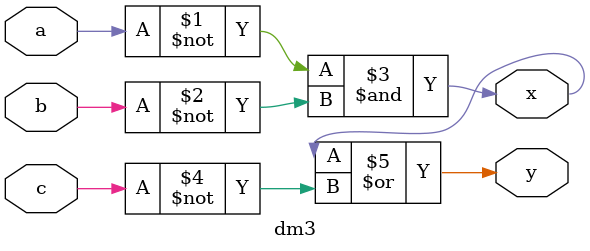
<source format=v>
`timescale 1ns / 1ps

module dm3(
    input a, b, c,
    output x, y
    );

assign x = ~a&~b;
assign y = x|~c;
endmodule

</source>
